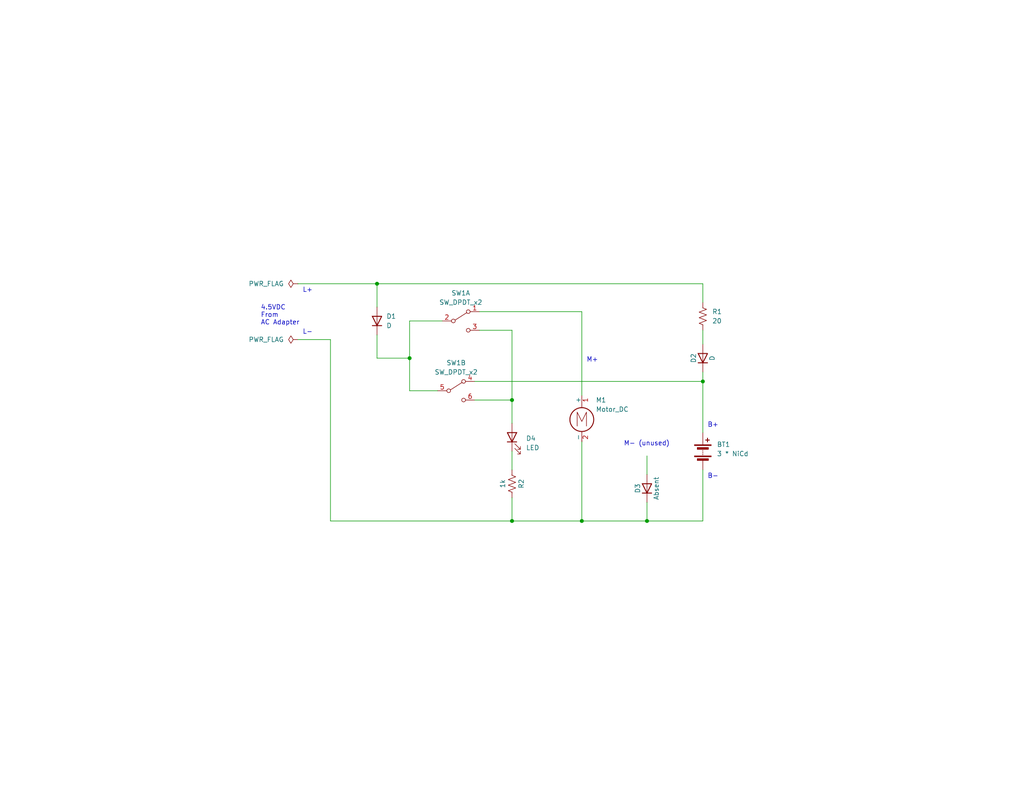
<source format=kicad_sch>
(kicad_sch (version 20230121) (generator eeschema)
  (paper "USLetter")
  (title_block (title "Conair HC318R Reverse Engineered Schematic") (date "2023-10-01"))
  (lib_symbols
    (symbol "Device:Battery" (pin_numbers hide) (pin_names (offset 0) hide)
      (property "Reference" "BT" (at 2.54 2.54 0))
      (property "Value" "Battery" (at 2.54 0 0))
      (symbol "Battery_0_1"
        (rectangle (start -2.286 -1.27) (end 2.286 -1.524) (fill (type outline)))
        (rectangle (start -2.286 1.778) (end 2.286 1.524) (fill (type outline)))
        (rectangle (start -1.524 -2.032) (end 1.524 -2.54) (fill (type outline)))
        (rectangle (start -1.524 1.016) (end 1.524 0.508) (fill (type outline)))
        (polyline (pts (xy 0 -1.016) (xy 0 -0.762)))
        (polyline (pts (xy 0 -0.508) (xy 0 -0.254)))
        (polyline (pts (xy 0 0) (xy 0 0.254)))
        (polyline (pts (xy 0 1.778) (xy 0 2.54)))
        (polyline (pts (xy 0.762 3.048) (xy 1.778 3.048)) (stroke (width 0.254)))
        (polyline (pts (xy 1.27 3.556) (xy 1.27 2.54)) (stroke (width 0.254)))
      )
      (symbol "Battery_1_1"
        (pin passive line (at 0 5.08 270) (length 2.54) (name "+") (number "1"))
        (pin passive line (at 0 -5.08 90) (length 2.54) (name "-") (number "2"))
      )
    )
    (symbol "Device:D" (pin_numbers hide) (pin_names (offset 1.016) hide)
      (property "Reference" "D" (at 0 2.54 0))
      (property "Value" "D" (at 0 -2.54 0))
      (symbol "D_0_1"
        (polyline (pts (xy -1.27 1.27) (xy -1.27 -1.27)) (stroke (width 0.254)))
        (polyline (pts (xy 1.27 0) (xy -1.27 0)))
        (polyline (pts (xy 1.27 1.27) (xy 1.27 -1.27) (xy -1.27 0) (xy 1.27 1.27)) (stroke (width 0.254)))
      )
      (symbol "D_1_1"
        (pin passive line (at -3.81 0 0) (length 2.54) (name "K") (number "1"))
        (pin passive line (at 3.81 0 180) (length 2.54) (name "A") (number "2"))
      )
    )
    (symbol "Device:LED" (pin_numbers hide) (pin_names (offset 1.016) hide)
      (property "Reference" "D" (at 0 2.54 0))
      (property "Value" "LED" (at 0 -2.54 0))
      (symbol "LED_0_1"
        (polyline (pts (xy -1.27 -1.27) (xy -1.27 1.27)) (stroke (width 0.254)))
        (polyline (pts (xy -1.27 0) (xy 1.27 0)))
        (polyline (pts (xy 1.27 -1.27) (xy 1.27 1.27) (xy -1.27 0) (xy 1.27 -1.27)) (stroke (width 0.254)))
        (polyline (pts (xy -3.048 -0.762) (xy -4.572 -2.286) (xy -3.81 -2.286) (xy -4.572 -2.286) (xy -4.572 -1.524)))
        (polyline (pts (xy -1.778 -0.762) (xy -3.302 -2.286) (xy -2.54 -2.286) (xy -3.302 -2.286) (xy -3.302 -1.524)))
      )
      (symbol "LED_1_1"
        (pin passive line (at -3.81 0 0) (length 2.54) (name "K") (number "1"))
        (pin passive line (at 3.81 0 180) (length 2.54) (name "A") (number "2"))
      )
    )
    (symbol "Device:R_US" (pin_numbers hide) (pin_names (offset 0))
      (property "Reference" "R" (at 2.54 0 90))
      (property "Value" "R_US" (at -2.54 0 90))
      (symbol "R_US_0_1"
        (polyline (pts (xy 0 -2.286) (xy 0 -2.54)))
        (polyline (pts (xy 0 2.286) (xy 0 2.54)))
        (polyline (pts (xy 0 -0.762) (xy 1.016 -1.143) (xy 0 -1.524) (xy -1.016 -1.905) (xy 0 -2.286)))
        (polyline (pts (xy 0 0.762) (xy 1.016 0.381) (xy 0 0) (xy -1.016 -0.381) (xy 0 -0.762)))
        (polyline (pts (xy 0 2.286) (xy 1.016 1.905) (xy 0 1.524) (xy -1.016 1.143) (xy 0 0.762)))
      )
      (symbol "R_US_1_1"
        (pin passive line (at 0 3.81 270) (length 1.27) (name "~") (number "1"))
        (pin passive line (at 0 -3.81 90) (length 1.27) (name "~") (number "2"))
      )
    )
    (symbol "Motor:Motor_DC" (pin_names (offset 0))
      (property "Reference" "M" (at 2.54 2.54 0))
      (property "Value" "Motor_DC" (at 2.54 -5.08 0))
      (symbol "Motor_DC_0_0"
        (polyline (pts (xy -1.27 -3.302) (xy -1.27 0.508) (xy 0 -2.032) (xy 1.27 0.508) (xy 1.27 -3.302)))
      )
      (symbol "Motor_DC_0_1"
        (circle (center 0 -1.524) (radius 3.2512) (stroke (width 0.254)))
        (polyline (pts (xy 0 -7.62) (xy 0 -7.112)))
        (polyline (pts (xy 0 -4.7752) (xy 0 -5.1816)))
        (polyline (pts (xy 0 1.7272) (xy 0 2.0828)))
        (polyline (pts (xy 0 2.032) (xy 0 2.54)))
      )
      (symbol "Motor_DC_1_1"
        (pin passive line (at 0 5.08 270) (length 2.54) (name "+") (number "1"))
        (pin passive line (at 0 -7.62 90) (length 2.54) (name "-") (number "2"))
      )
    )
    (symbol "Switch:SW_DPDT_x2" (pin_names (offset 0) hide)
      (property "Reference" "SW" (at 0 4.318 0))
      (property "Value" "SW_DPDT_x2" (at 0 -5.08 0))
      (symbol "SW_DPDT_x2_0_0"
        (circle (center -2.032 0) (radius 0.508))
        (circle (center 2.032 -2.54) (radius 0.508))
      )
      (symbol "SW_DPDT_x2_0_1"
        (polyline (pts (xy -1.524 0.254) (xy 1.651 2.286)))
        (circle (center 2.032 2.54) (radius 0.508))
      )
      (symbol "SW_DPDT_x2_1_1"
        (pin passive line (at 5.08 2.54 180) (length 2.54) (name "A") (number "1"))
        (pin passive line (at -5.08 0 0) (length 2.54) (name "B") (number "2"))
        (pin passive line (at 5.08 -2.54 180) (length 2.54) (name "C") (number "3"))
      )
      (symbol "SW_DPDT_x2_2_1"
        (pin passive line (at 5.08 2.54 180) (length 2.54) (name "A") (number "4"))
        (pin passive line (at -5.08 0 0) (length 2.54) (name "B") (number "5"))
        (pin passive line (at 5.08 -2.54 180) (length 2.54) (name "C") (number "6"))
      )
    )
    (symbol "power:PWR_FLAG" (power) (pin_numbers hide) (pin_names (offset 0) hide)
      (property "Value" "PWR_FLAG" (at 0 3.81 0))
      (symbol "PWR_FLAG_0_0"
        (pin power_out line (at 0 0 90) (length 0) (name "pwr") (number "1"))
      )
      (symbol "PWR_FLAG_0_1"
        (polyline (pts (xy 0 0) (xy 0 1.27) (xy -1.016 1.905) (xy 0 2.54) (xy 1.016 1.905) (xy 0 1.27)))
      )
    )
  )
  (junction (at 111.76 97.79))
  (junction (at 139.7 109.22))
  (junction (at 176.53 142.24))
  (junction (at 139.7 142.24))
  (junction (at 158.75 142.24))
  (junction (at 102.87 77.47))
  (junction (at 191.77 104.14))
  (wire (pts (xy 139.7 90.17) (xy 139.7 109.22)))
  (wire (pts (xy 191.77 90.17) (xy 191.77 93.98)))
  (wire (pts (xy 191.77 77.47) (xy 191.77 82.55)))
  (wire (pts (xy 130.81 85.09) (xy 158.75 85.09)))
  (wire (pts (xy 90.17 142.24) (xy 139.7 142.24)))
  (wire (pts (xy 176.53 137.16) (xy 176.53 142.24)))
  (wire (pts (xy 158.75 85.09) (xy 158.75 107.95)))
  (wire (pts (xy 102.87 97.79) (xy 111.76 97.79)))
  (wire (pts (xy 139.7 135.89) (xy 139.7 142.24)))
  (wire (pts (xy 111.76 106.68) (xy 119.38 106.68)))
  (wire (pts (xy 90.17 92.71) (xy 90.17 142.24)))
  (wire (pts (xy 139.7 109.22) (xy 139.7 115.57)))
  (wire (pts (xy 111.76 87.63) (xy 120.65 87.63)))
  (wire (pts (xy 102.87 91.44) (xy 102.87 97.79)))
  (wire (pts (xy 191.77 104.14) (xy 191.77 118.11)))
  (wire (pts (xy 81.28 92.71) (xy 90.17 92.71)))
  (wire (pts (xy 139.7 123.19) (xy 139.7 128.27)))
  (wire (pts (xy 102.87 77.47) (xy 102.87 83.82)))
  (wire (pts (xy 176.53 142.24) (xy 191.77 142.24)))
  (wire (pts (xy 158.75 120.65) (xy 158.75 142.24)))
  (wire (pts (xy 129.54 109.22) (xy 139.7 109.22)))
  (wire (pts (xy 158.75 142.24) (xy 176.53 142.24)))
  (wire (pts (xy 129.54 104.14) (xy 191.77 104.14)))
  (wire (pts (xy 139.7 142.24) (xy 158.75 142.24)))
  (wire (pts (xy 130.81 90.17) (xy 139.7 90.17)))
  (wire (pts (xy 191.77 142.24) (xy 191.77 128.27)))
  (wire (pts (xy 176.53 124.46) (xy 176.53 129.54)))
  (wire (pts (xy 111.76 97.79) (xy 111.76 106.68)))
  (wire (pts (xy 102.87 77.47) (xy 191.77 77.47)))
  (wire (pts (xy 102.87 77.47) (xy 81.28 77.47)))
  (wire (pts (xy 191.77 101.6) (xy 191.77 104.14)))
  (wire (pts (xy 111.76 97.79) (xy 111.76 87.63)))
  (text "M+" (at 160.02 99.06 0) (effects (font (size 1.27 1.27)) (justify left bottom)))
  (text "B+" (at 193.04 116.84 0) (effects (font (size 1.27 1.27)) (justify left bottom)))
  (text "L-" (at 82.55 91.44 0) (effects (font (size 1.27 1.27)) (justify left bottom)))
  (text "M- (unused)" (at 170.18 121.92 0) (effects (font (size 1.27 1.27)) (justify left bottom)))
  (text "B-" (at 193.04 130.81 0) (effects (font (size 1.27 1.27)) (justify left bottom)))
  (text "4.5VDC\nFrom\nAC Adapter" (at 71.12 88.9 0) (effects (font (size 1.27 1.27)) (justify left bottom)))
  (text "L+" (at 82.55 80.01 0) (effects (font (size 1.27 1.27)) (justify left bottom)))
  (symbol (lib_id "Device:LED") (at 139.7 119.38 90) (unit 1)
    (property "Reference" "D4" (at 143.51 119.6975 90) (effects (justify right)))
    (property "Value" "LED" (at 143.51 122.2375 90) (effects (justify right)))
  )
  (symbol (lib_id "Device:D") (at 176.53 133.35 90) (unit 1)
    (property "Reference" "D3" (at 173.99 133.35 0))
    (property "Value" "Absent" (at 179.07 133.35 0))
    (property "Sim.Device" "D" (effects hide))
    (property "Sim.Pins" "1=K 2=A" (effects hide))
  )
  (symbol (lib_id "Motor:Motor_DC") (at 158.75 113.03 0) (unit 1)
    (property "Reference" "M1" (at 162.56 109.22 0) (effects (justify left)))
    (property "Value" "Motor_DC" (at 162.56 111.76 0) (effects (justify left)))
  )
  (symbol (lib_id "Switch:SW_DPDT_x2") (at 124.46 106.68 0) (unit 2)
    (property "Reference" "SW1" (at 124.46 99.06 0))
    (property "Value" "SW_DPDT_x2" (at 124.46 101.6 0))
  )
  (symbol (lib_id "Device:Battery") (at 191.77 123.19 0) (unit 1)
    (property "Reference" "BT1" (at 195.58 121.3485 0) (effects (justify left)))
    (property "Value" "3 * NiCd" (at 195.58 123.8885 0) (effects (justify left)))
  )
  (symbol (lib_id "power:PWR_FLAG") (at 81.28 92.71 90) (unit 1)
    (property "Reference" "#FLG02" (effects hide))
    (property "Value" "PWR_FLAG" (at 77.47 92.71 90) (effects (justify left)))
  )
  (symbol (lib_id "Device:D") (at 102.87 87.63 90) (unit 1)
    (property "Reference" "D1" (at 105.41 86.36 90) (effects (justify right)))
    (property "Value" "D" (at 105.41 88.9 90) (effects (justify right)))
    (property "Sim.Device" "D" (effects hide))
    (property "Sim.Pins" "1=K 2=A" (effects hide))
  )
  (symbol (lib_id "power:PWR_FLAG") (at 81.28 77.47 90) (unit 1)
    (property "Reference" "#FLG01" (effects hide))
    (property "Value" "PWR_FLAG" (at 77.47 77.47 90) (effects (justify left)))
  )
  (symbol (lib_id "Device:R_US") (at 191.77 86.36 0) (unit 1)
    (property "Reference" "R1" (at 194.31 85.09 0) (effects (justify left)))
    (property "Value" "20" (at 194.31 87.63 0) (effects (justify left)))
  )
  (symbol (lib_id "Device:D") (at 191.77 97.79 90) (unit 1)
    (property "Reference" "D2" (at 189.23 97.79 0))
    (property "Value" "D" (at 194.31 97.79 0))
    (property "Sim.Device" "D" (effects hide))
    (property "Sim.Pins" "1=K 2=A" (effects hide))
  )
  (symbol (lib_id "Switch:SW_DPDT_x2") (at 125.73 87.63 0) (unit 1)
    (property "Reference" "SW1" (at 125.73 80.01 0))
    (property "Value" "SW_DPDT_x2" (at 125.73 82.55 0))
  )
  (symbol (lib_id "Device:R_US") (at 139.7 132.08 0) (unit 1)
    (property "Reference" "R2" (at 142.24 132.08 90))
    (property "Value" "1k" (at 137.16 132.08 90))
  )
)
</source>
